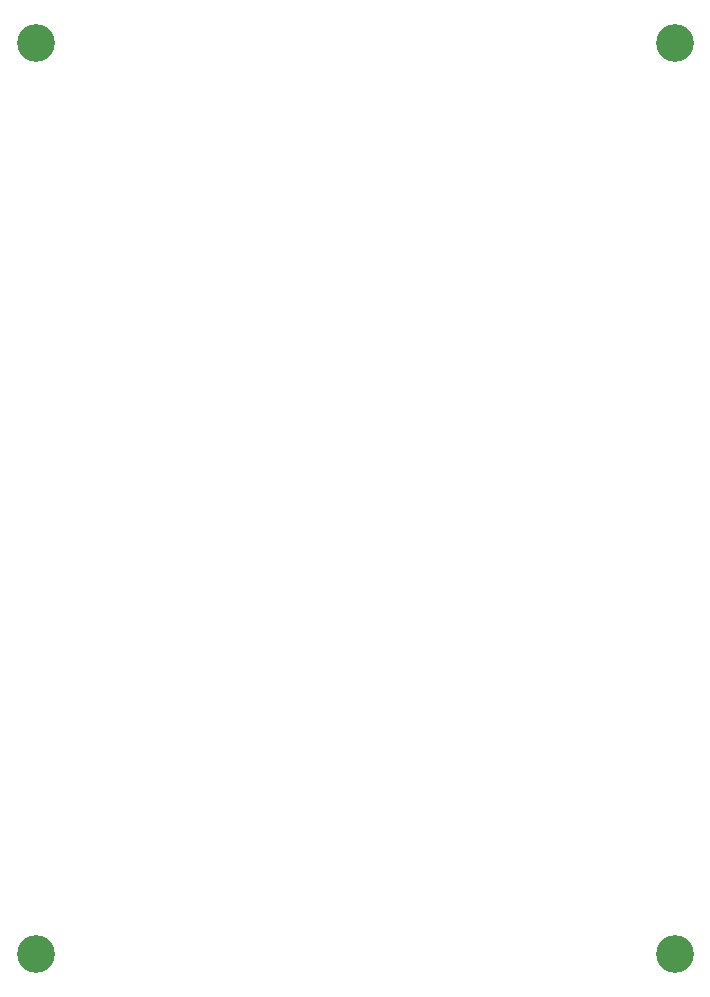
<source format=gbr>
%TF.GenerationSoftware,KiCad,Pcbnew,9.0.6*%
%TF.CreationDate,2025-12-24T02:22:15+01:00*%
%TF.ProjectId,secondary_mmc,7365636f-6e64-4617-9279-5f6d6d632e6b,rev?*%
%TF.SameCoordinates,Original*%
%TF.FileFunction,Soldermask,Bot*%
%TF.FilePolarity,Negative*%
%FSLAX46Y46*%
G04 Gerber Fmt 4.6, Leading zero omitted, Abs format (unit mm)*
G04 Created by KiCad (PCBNEW 9.0.6) date 2025-12-24 02:22:15*
%MOMM*%
%LPD*%
G01*
G04 APERTURE LIST*
%ADD10C,3.200000*%
G04 APERTURE END LIST*
D10*
%TO.C,H1*%
X86900000Y-88100000D03*
%TD*%
%TO.C,H2*%
X141000000Y-88100000D03*
%TD*%
%TO.C,H3*%
X86900000Y-165300000D03*
%TD*%
%TO.C,H4*%
X141000000Y-165300000D03*
%TD*%
M02*

</source>
